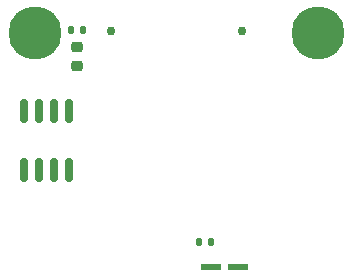
<source format=gbr>
%TF.GenerationSoftware,KiCad,Pcbnew,(6.0.0-0)*%
%TF.CreationDate,2022-07-13T15:20:42-04:00*%
%TF.ProjectId,ec,65632e6b-6963-4616-945f-706362585858,rev?*%
%TF.SameCoordinates,Original*%
%TF.FileFunction,Soldermask,Top*%
%TF.FilePolarity,Negative*%
%FSLAX46Y46*%
G04 Gerber Fmt 4.6, Leading zero omitted, Abs format (unit mm)*
G04 Created by KiCad (PCBNEW (6.0.0-0)) date 2022-07-13 15:20:42*
%MOMM*%
%LPD*%
G01*
G04 APERTURE LIST*
G04 Aperture macros list*
%AMRoundRect*
0 Rectangle with rounded corners*
0 $1 Rounding radius*
0 $2 $3 $4 $5 $6 $7 $8 $9 X,Y pos of 4 corners*
0 Add a 4 corners polygon primitive as box body*
4,1,4,$2,$3,$4,$5,$6,$7,$8,$9,$2,$3,0*
0 Add four circle primitives for the rounded corners*
1,1,$1+$1,$2,$3*
1,1,$1+$1,$4,$5*
1,1,$1+$1,$6,$7*
1,1,$1+$1,$8,$9*
0 Add four rect primitives between the rounded corners*
20,1,$1+$1,$2,$3,$4,$5,0*
20,1,$1+$1,$4,$5,$6,$7,0*
20,1,$1+$1,$6,$7,$8,$9,0*
20,1,$1+$1,$8,$9,$2,$3,0*%
G04 Aperture macros list end*
%ADD10C,4.500000*%
%ADD11RoundRect,0.135000X0.135000X0.185000X-0.135000X0.185000X-0.135000X-0.185000X0.135000X-0.185000X0*%
%ADD12R,1.690000X0.600000*%
%ADD13RoundRect,0.150000X0.150000X-0.825000X0.150000X0.825000X-0.150000X0.825000X-0.150000X-0.825000X0*%
%ADD14RoundRect,0.218750X-0.256250X0.218750X-0.256250X-0.218750X0.256250X-0.218750X0.256250X0.218750X0*%
%ADD15C,0.760000*%
G04 APERTURE END LIST*
D10*
%TO.C,H1*%
X95000000Y-64000000D03*
%TD*%
%TO.C,H2*%
X119000000Y-64000000D03*
%TD*%
D11*
%TO.C,R2*%
X99062000Y-63754000D03*
X98042000Y-63754000D03*
%TD*%
D12*
%TO.C,J1*%
X112206000Y-83838000D03*
X109906000Y-83838000D03*
%TD*%
D13*
%TO.C,U2*%
X94107000Y-75627000D03*
X95377000Y-75627000D03*
X96647000Y-75627000D03*
X97917000Y-75627000D03*
X97917000Y-70677000D03*
X96647000Y-70677000D03*
X95377000Y-70677000D03*
X94107000Y-70677000D03*
%TD*%
D14*
%TO.C,D1*%
X98552000Y-66827500D03*
X98552000Y-65252500D03*
%TD*%
D11*
%TO.C,R1*%
X109910000Y-81700000D03*
X108890000Y-81700000D03*
%TD*%
D15*
%TO.C,J2*%
X101475500Y-63900000D03*
X112524500Y-63900000D03*
%TD*%
M02*

</source>
